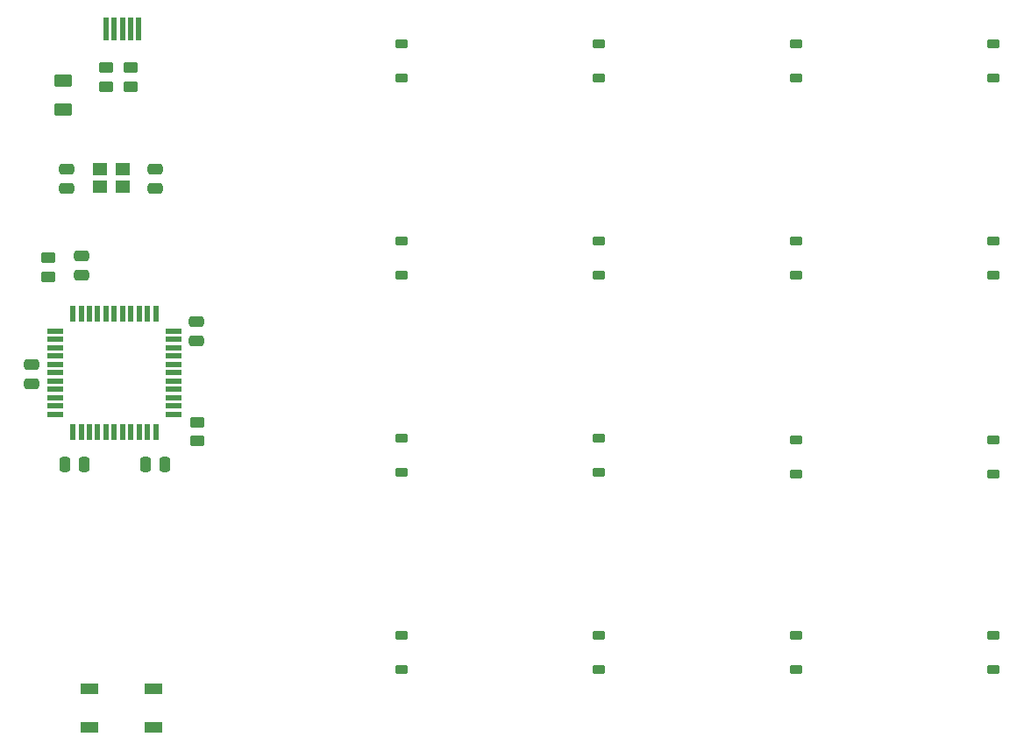
<source format=gbr>
%TF.GenerationSoftware,KiCad,Pcbnew,8.0.0*%
%TF.CreationDate,2025-01-29T17:19:00-08:00*%
%TF.ProjectId,IEEE-Macropad,49454545-2d4d-4616-9372-6f7061642e6b,rev?*%
%TF.SameCoordinates,Original*%
%TF.FileFunction,Paste,Bot*%
%TF.FilePolarity,Positive*%
%FSLAX46Y46*%
G04 Gerber Fmt 4.6, Leading zero omitted, Abs format (unit mm)*
G04 Created by KiCad (PCBNEW 8.0.0) date 2025-01-29 17:19:00*
%MOMM*%
%LPD*%
G01*
G04 APERTURE LIST*
G04 Aperture macros list*
%AMRoundRect*
0 Rectangle with rounded corners*
0 $1 Rounding radius*
0 $2 $3 $4 $5 $6 $7 $8 $9 X,Y pos of 4 corners*
0 Add a 4 corners polygon primitive as box body*
4,1,4,$2,$3,$4,$5,$6,$7,$8,$9,$2,$3,0*
0 Add four circle primitives for the rounded corners*
1,1,$1+$1,$2,$3*
1,1,$1+$1,$4,$5*
1,1,$1+$1,$6,$7*
1,1,$1+$1,$8,$9*
0 Add four rect primitives between the rounded corners*
20,1,$1+$1,$2,$3,$4,$5,0*
20,1,$1+$1,$4,$5,$6,$7,0*
20,1,$1+$1,$6,$7,$8,$9,0*
20,1,$1+$1,$8,$9,$2,$3,0*%
G04 Aperture macros list end*
%ADD10RoundRect,0.225000X0.375000X-0.225000X0.375000X0.225000X-0.375000X0.225000X-0.375000X-0.225000X0*%
%ADD11R,0.500000X2.250000*%
%ADD12R,1.800000X1.100000*%
%ADD13RoundRect,0.250000X-0.450000X0.262500X-0.450000X-0.262500X0.450000X-0.262500X0.450000X0.262500X0*%
%ADD14RoundRect,0.250000X0.250000X0.475000X-0.250000X0.475000X-0.250000X-0.475000X0.250000X-0.475000X0*%
%ADD15RoundRect,0.250000X-0.250000X-0.475000X0.250000X-0.475000X0.250000X0.475000X-0.250000X0.475000X0*%
%ADD16RoundRect,0.250000X0.475000X-0.250000X0.475000X0.250000X-0.475000X0.250000X-0.475000X-0.250000X0*%
%ADD17RoundRect,0.250000X-0.475000X0.250000X-0.475000X-0.250000X0.475000X-0.250000X0.475000X0.250000X0*%
%ADD18R,1.500000X0.550000*%
%ADD19R,0.550000X1.500000*%
%ADD20R,1.400000X1.200000*%
%ADD21RoundRect,0.250000X-0.625000X0.375000X-0.625000X-0.375000X0.625000X-0.375000X0.625000X0.375000X0*%
G04 APERTURE END LIST*
D10*
%TO.C,D9*%
X165100000Y-73818750D03*
X165100000Y-70518750D03*
%TD*%
D11*
%TO.C,USB1*%
X139718750Y-30956250D03*
X138918750Y-30956250D03*
X138118750Y-30956250D03*
X137318750Y-30956250D03*
X136518750Y-30956250D03*
%TD*%
D12*
%TO.C,SW1*%
X134937500Y-98425000D03*
X141137500Y-94725000D03*
X134937500Y-94725000D03*
X141137500Y-98425000D03*
%TD*%
D10*
%TO.C,D10*%
X184150000Y-73818750D03*
X184150000Y-70518750D03*
%TD*%
%TO.C,D2*%
X184150000Y-35718750D03*
X184150000Y-32418750D03*
%TD*%
%TO.C,D13*%
X165100000Y-92868750D03*
X165100000Y-89568750D03*
%TD*%
%TO.C,D11*%
X203200000Y-73943750D03*
X203200000Y-70643750D03*
%TD*%
D13*
%TO.C,R3*%
X136525000Y-34687500D03*
X136525000Y-36512500D03*
%TD*%
D14*
%TO.C,C6*%
X142237500Y-73025000D03*
X140337500Y-73025000D03*
%TD*%
D10*
%TO.C,D5*%
X165100000Y-54768750D03*
X165100000Y-51468750D03*
%TD*%
%TO.C,D4*%
X222250000Y-35718750D03*
X222250000Y-32418750D03*
%TD*%
D13*
%TO.C,R1*%
X130968750Y-53062500D03*
X130968750Y-54887500D03*
%TD*%
D10*
%TO.C,D1*%
X165100000Y-35718750D03*
X165100000Y-32418750D03*
%TD*%
D15*
%TO.C,C7*%
X132556250Y-73025000D03*
X134456250Y-73025000D03*
%TD*%
D10*
%TO.C,D16*%
X222250000Y-92868750D03*
X222250000Y-89568750D03*
%TD*%
D16*
%TO.C,C5*%
X134143750Y-54768750D03*
X134143750Y-52868750D03*
%TD*%
D10*
%TO.C,D15*%
X203200000Y-92868750D03*
X203200000Y-89568750D03*
%TD*%
%TO.C,D14*%
X184150000Y-92868750D03*
X184150000Y-89568750D03*
%TD*%
D13*
%TO.C,R2*%
X138906250Y-34687500D03*
X138906250Y-36512500D03*
%TD*%
D17*
%TO.C,C3*%
X129381250Y-63343750D03*
X129381250Y-65243750D03*
%TD*%
D10*
%TO.C,D12*%
X222250000Y-73943750D03*
X222250000Y-70643750D03*
%TD*%
D16*
%TO.C,C2*%
X132712500Y-46350000D03*
X132712500Y-44450000D03*
%TD*%
D18*
%TO.C,U1*%
X131637500Y-68150000D03*
X131637500Y-67350000D03*
X131637500Y-66550000D03*
X131637500Y-65750000D03*
X131637500Y-64950000D03*
X131637500Y-64150000D03*
X131637500Y-63350000D03*
X131637500Y-62550000D03*
X131637500Y-61750000D03*
X131637500Y-60950000D03*
X131637500Y-60150000D03*
D19*
X133337500Y-58450000D03*
X134137500Y-58450000D03*
X134937500Y-58450000D03*
X135737500Y-58450000D03*
X136537500Y-58450000D03*
X137337500Y-58450000D03*
X138137500Y-58450000D03*
X138937500Y-58450000D03*
X139737500Y-58450000D03*
X140537500Y-58450000D03*
X141337500Y-58450000D03*
D18*
X143037500Y-60150000D03*
X143037500Y-60950000D03*
X143037500Y-61750000D03*
X143037500Y-62550000D03*
X143037500Y-63350000D03*
X143037500Y-64150000D03*
X143037500Y-64950000D03*
X143037500Y-65750000D03*
X143037500Y-66550000D03*
X143037500Y-67350000D03*
X143037500Y-68150000D03*
D19*
X141337500Y-69850000D03*
X140537500Y-69850000D03*
X139737500Y-69850000D03*
X138937500Y-69850000D03*
X138137500Y-69850000D03*
X137337500Y-69850000D03*
X136537500Y-69850000D03*
X135737500Y-69850000D03*
X134937500Y-69850000D03*
X134137500Y-69850000D03*
X133337500Y-69850000D03*
%TD*%
D10*
%TO.C,D8*%
X222250000Y-54768750D03*
X222250000Y-51468750D03*
%TD*%
D13*
%TO.C,R4*%
X145375000Y-68937500D03*
X145375000Y-70762500D03*
%TD*%
D20*
%TO.C,Y1*%
X138112500Y-46193750D03*
X135912500Y-46193750D03*
X135912500Y-44493750D03*
X138112500Y-44493750D03*
%TD*%
D21*
%TO.C,F1*%
X132368750Y-35906250D03*
X132368750Y-38706250D03*
%TD*%
D10*
%TO.C,D3*%
X203200000Y-35718750D03*
X203200000Y-32418750D03*
%TD*%
D17*
%TO.C,C1*%
X141287500Y-44450000D03*
X141287500Y-46350000D03*
%TD*%
D10*
%TO.C,D6*%
X184150000Y-54768750D03*
X184150000Y-51468750D03*
%TD*%
D16*
%TO.C,C4*%
X145256250Y-61118750D03*
X145256250Y-59218750D03*
%TD*%
D10*
%TO.C,D7*%
X203200000Y-54768750D03*
X203200000Y-51468750D03*
%TD*%
M02*

</source>
